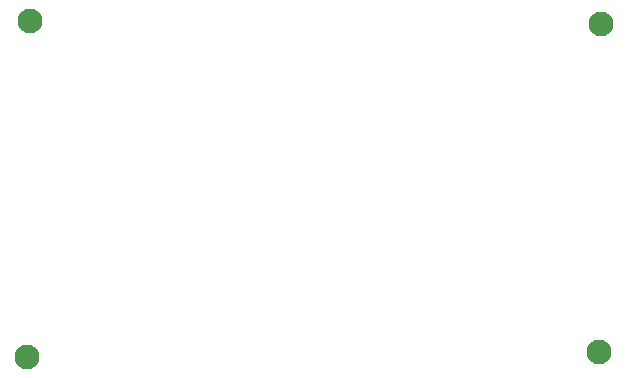
<source format=gbr>
%TF.GenerationSoftware,KiCad,Pcbnew,8.0.8*%
%TF.CreationDate,2025-06-30T12:07:43+05:30*%
%TF.ProjectId,openlog,6f70656e-6c6f-4672-9e6b-696361645f70,rev?*%
%TF.SameCoordinates,Original*%
%TF.FileFunction,NonPlated,1,2,NPTH,Drill*%
%TF.FilePolarity,Positive*%
%FSLAX46Y46*%
G04 Gerber Fmt 4.6, Leading zero omitted, Abs format (unit mm)*
G04 Created by KiCad (PCBNEW 8.0.8) date 2025-06-30 12:07:43*
%MOMM*%
%LPD*%
G01*
G04 APERTURE LIST*
%TA.AperFunction,ComponentDrill*%
%ADD10C,2.100000*%
%TD*%
G04 APERTURE END LIST*
D10*
%TO.C,H4*%
X98200000Y-84200000D03*
%TO.C,H1*%
X98400000Y-55800000D03*
%TO.C,H3*%
X146600000Y-83800000D03*
%TO.C,H2*%
X146800000Y-56000000D03*
M02*

</source>
